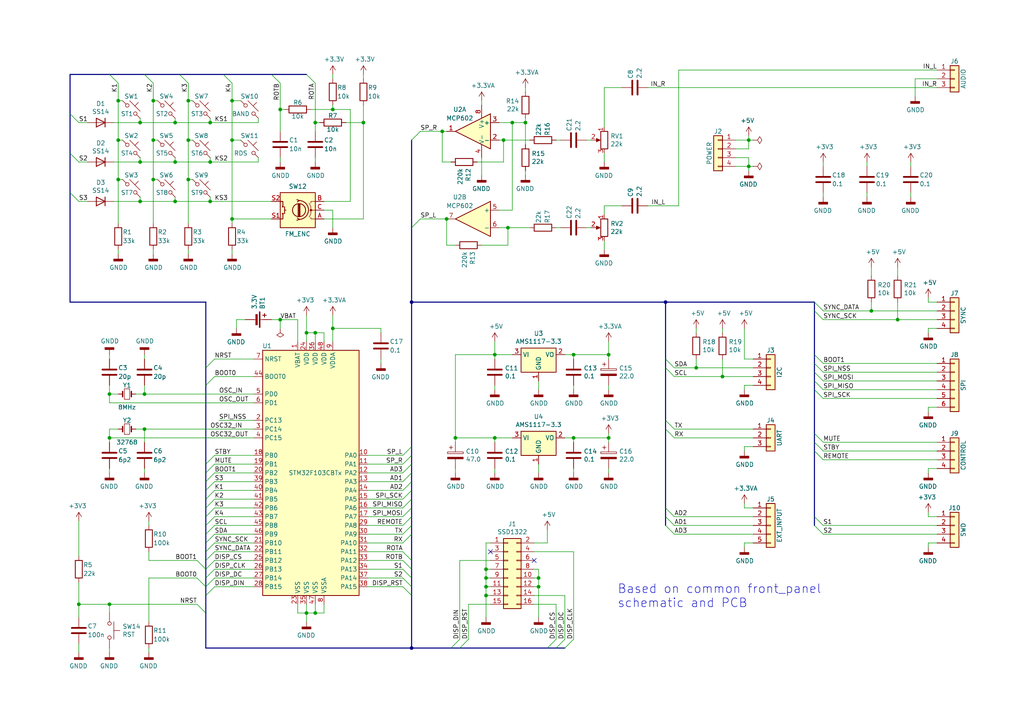
<source format=kicad_sch>
(kicad_sch (version 20230121) (generator eeschema)
  (paper "A4")
  (junction (at 193.04 87.63))
  (junction (at 140.97 170.18))
  (junction (at 176.53 127))
  (junction (at 60.96 35.56))
  (junction (at 260.35 92.71))
  (junction (at 129.54 63.5))
  (junction (at 81.28 92.71))
  (junction (at 119.38 87.63))
  (junction (at 31.75 175.26))
  (junction (at 40.64 58.42))
  (junction (at 34.29 40.64))
  (junction (at 31.75 114.3))
  (junction (at 50.8 46.99))
  (junction (at 41.91 124.46))
  (junction (at 54.61 52.07))
  (junction (at 50.8 58.42))
  (junction (at 128.27 38.1))
  (junction (at 217.17 48.26))
  (junction (at 252.73 90.17))
  (junction (at 60.96 58.42))
  (junction (at 54.61 40.64))
  (junction (at 88.9 96.52))
  (junction (at 143.51 102.87))
  (junction (at 44.45 52.07))
  (junction (at 34.29 52.07))
  (junction (at 40.64 46.99))
  (junction (at 40.64 35.56))
  (junction (at 140.97 172.72))
  (junction (at 31.75 127))
  (junction (at 96.52 31.75))
  (junction (at 96.52 95.25))
  (junction (at 147.32 66.04))
  (junction (at 54.61 29.21))
  (junction (at 152.4 35.56))
  (junction (at 81.28 31.75))
  (junction (at 67.31 63.5))
  (junction (at 50.8 35.56))
  (junction (at 156.21 170.18))
  (junction (at 166.37 127))
  (junction (at 91.44 96.52))
  (junction (at 88.9 177.8))
  (junction (at 146.05 40.64))
  (junction (at 176.53 102.87))
  (junction (at 217.17 40.64))
  (junction (at 156.21 167.64))
  (junction (at 166.37 102.87))
  (junction (at 91.44 177.8))
  (junction (at 91.44 35.56))
  (junction (at 105.41 35.56))
  (junction (at 60.96 46.99))
  (junction (at 143.51 127))
  (junction (at 41.91 114.3))
  (junction (at 140.97 165.1))
  (junction (at 201.93 106.68))
  (junction (at 67.31 40.64))
  (junction (at 67.31 29.21))
  (junction (at 22.86 175.26))
  (junction (at 209.55 109.22))
  (junction (at 34.29 29.21))
  (junction (at 44.45 29.21))
  (junction (at 132.08 127))
  (junction (at 140.97 167.64))
  (junction (at 44.45 40.64))
  (junction (at 119.38 187.96))
  (junction (at 148.59 35.56))
  (no_connect (at 142.24 160.02))
  (no_connect (at 154.94 162.56))
  (bus_entry (at 52.07 21.59) (size 2.54 2.54))
  (bus_entry (at 62.23 144.78) (size -2.54 2.54))
  (bus_entry (at 236.22 130.81) (size 2.54 2.54))
  (bus_entry (at 59.69 170.18) (size 2.54 -2.54))
  (bus_entry (at 78.74 21.59) (size 2.54 2.54))
  (bus_entry (at 236.22 110.49) (size 2.54 2.54))
  (bus_entry (at 158.75 187.96) (size 2.54 -2.54))
  (bus_entry (at 59.69 154.94) (size 2.54 -2.54))
  (bus_entry (at 116.84 149.86) (size 2.54 -2.54))
  (bus_entry (at 161.29 187.96) (size 2.54 -2.54))
  (bus_entry (at 236.22 102.87) (size 2.54 2.54))
  (bus_entry (at 193.04 121.92) (size 2.54 2.54))
  (bus_entry (at 193.04 106.68) (size 2.54 2.54))
  (bus_entry (at 236.22 105.41) (size 2.54 2.54))
  (bus_entry (at 59.69 167.64) (size 2.54 -2.54))
  (bus_entry (at 116.84 170.18) (size 2.54 2.54))
  (bus_entry (at 193.04 152.4) (size 2.54 2.54))
  (bus_entry (at 62.23 104.14) (size -2.54 2.54))
  (bus_entry (at 59.69 134.62) (size 2.54 -2.54))
  (bus_entry (at 64.77 21.59) (size 2.54 2.54))
  (bus_entry (at 59.69 137.16) (size 2.54 -2.54))
  (bus_entry (at 116.84 142.24) (size 2.54 -2.54))
  (bus_entry (at 116.84 157.48) (size 2.54 -2.54))
  (bus_entry (at 116.84 152.4) (size 2.54 -2.54))
  (bus_entry (at 20.32 44.45) (size 2.54 2.54))
  (bus_entry (at 236.22 87.63) (size 2.54 2.54))
  (bus_entry (at 88.9 21.59) (size 2.54 2.54))
  (bus_entry (at 62.23 109.22) (size -2.54 2.54))
  (bus_entry (at 59.69 160.02) (size 2.54 -2.54))
  (bus_entry (at 121.92 63.5) (size -2.54 2.54))
  (bus_entry (at 116.84 160.02) (size 2.54 2.54))
  (bus_entry (at 193.04 104.14) (size 2.54 2.54))
  (bus_entry (at 41.91 21.59) (size 2.54 2.54))
  (bus_entry (at 130.81 187.96) (size 2.54 -2.54))
  (bus_entry (at 62.23 142.24) (size -2.54 2.54))
  (bus_entry (at 59.69 165.1) (size 2.54 -2.54))
  (bus_entry (at 236.22 149.86) (size 2.54 2.54))
  (bus_entry (at 116.84 134.62) (size 2.54 -2.54))
  (bus_entry (at 20.32 33.02) (size 2.54 2.54))
  (bus_entry (at 193.04 124.46) (size 2.54 2.54))
  (bus_entry (at 236.22 128.27) (size 2.54 2.54))
  (bus_entry (at 116.84 165.1) (size 2.54 2.54))
  (bus_entry (at 116.84 144.78) (size 2.54 -2.54))
  (bus_entry (at 62.23 139.7) (size -2.54 2.54))
  (bus_entry (at 193.04 147.32) (size 2.54 2.54))
  (bus_entry (at 116.84 167.64) (size 2.54 2.54))
  (bus_entry (at 236.22 125.73) (size 2.54 2.54))
  (bus_entry (at 57.15 162.56) (size 2.54 2.54))
  (bus_entry (at 236.22 107.95) (size 2.54 2.54))
  (bus_entry (at 121.92 38.1) (size -2.54 2.54))
  (bus_entry (at 62.23 137.16) (size -2.54 2.54))
  (bus_entry (at 116.84 137.16) (size 2.54 -2.54))
  (bus_entry (at 236.22 113.03) (size 2.54 2.54))
  (bus_entry (at 31.75 21.59) (size 2.54 2.54))
  (bus_entry (at 116.84 147.32) (size 2.54 -2.54))
  (bus_entry (at 193.04 149.86) (size 2.54 2.54))
  (bus_entry (at 116.84 139.7) (size 2.54 -2.54))
  (bus_entry (at 116.84 162.56) (size 2.54 2.54))
  (bus_entry (at 236.22 90.17) (size 2.54 2.54))
  (bus_entry (at 57.15 167.64) (size 2.54 2.54))
  (bus_entry (at 57.15 175.26) (size 2.54 2.54))
  (bus_entry (at 20.32 55.88) (size 2.54 2.54))
  (bus_entry (at 236.22 152.4) (size 2.54 2.54))
  (bus_entry (at 116.84 132.08) (size 2.54 -2.54))
  (bus_entry (at 59.69 157.48) (size 2.54 -2.54))
  (bus_entry (at 59.69 162.56) (size 2.54 -2.54))
  (bus_entry (at 163.83 187.96) (size 2.54 -2.54))
  (bus_entry (at 62.23 149.86) (size -2.54 2.54))
  (bus_entry (at 116.84 154.94) (size 2.54 -2.54))
  (bus_entry (at 133.35 187.96) (size 2.54 -2.54))
  (bus_entry (at 59.69 172.72) (size 2.54 -2.54))
  (bus_entry (at 62.23 147.32) (size -2.54 2.54))
  (wire (pts (xy 73.66 104.14) (xy 62.23 104.14)))
  (wire (pts (xy 31.75 189.23) (xy 31.75 187.96)))
  (wire (pts (xy 73.66 154.94) (xy 62.23 154.94)))
  (wire (pts (xy 62.23 142.24) (xy 73.66 142.24)))
  (bus (pts (xy 119.38 137.16) (xy 119.38 139.7)))
  (wire (pts (xy 154.94 165.1) (xy 156.21 165.1)))
  (wire (pts (xy 96.52 21.59) (xy 96.52 22.86)))
  (wire (pts (xy 132.08 127) (xy 132.08 102.87)))
  (wire (pts (xy 217.17 43.18) (xy 217.17 40.64)))
  (bus (pts (xy 59.69 111.76) (xy 59.69 134.62)))
  (wire (pts (xy 142.24 157.48) (xy 140.97 157.48)))
  (wire (pts (xy 156.21 167.64) (xy 156.21 170.18)))
  (wire (pts (xy 22.86 58.42) (xy 25.4 58.42)))
  (wire (pts (xy 116.84 147.32) (xy 106.68 147.32)))
  (wire (pts (xy 31.75 127) (xy 73.66 127)))
  (wire (pts (xy 31.75 127) (xy 31.75 128.27)))
  (wire (pts (xy 271.78 128.27) (xy 238.76 128.27)))
  (wire (pts (xy 33.02 35.56) (xy 40.64 35.56)))
  (bus (pts (xy 119.38 87.63) (xy 119.38 129.54)))
  (wire (pts (xy 81.28 95.25) (xy 81.28 92.71)))
  (wire (pts (xy 156.21 134.62) (xy 156.21 137.16)))
  (wire (pts (xy 271.78 22.86) (xy 265.43 22.86)))
  (wire (pts (xy 50.8 58.42) (xy 60.96 58.42)))
  (wire (pts (xy 62.23 147.32) (xy 73.66 147.32)))
  (wire (pts (xy 135.89 175.26) (xy 135.89 185.42)))
  (bus (pts (xy 119.38 134.62) (xy 119.38 137.16)))
  (wire (pts (xy 143.51 102.87) (xy 143.51 104.14)))
  (wire (pts (xy 176.53 111.76) (xy 176.53 113.03)))
  (wire (pts (xy 213.36 43.18) (xy 217.17 43.18)))
  (wire (pts (xy 156.21 110.49) (xy 156.21 113.03)))
  (wire (pts (xy 33.02 58.42) (xy 40.64 58.42)))
  (wire (pts (xy 34.29 24.13) (xy 34.29 29.21)))
  (wire (pts (xy 238.76 92.71) (xy 260.35 92.71)))
  (wire (pts (xy 50.8 35.56) (xy 60.96 35.56)))
  (wire (pts (xy 43.18 151.13) (xy 43.18 152.4)))
  (wire (pts (xy 166.37 104.14) (xy 166.37 102.87)))
  (wire (pts (xy 41.91 102.87) (xy 41.91 104.14)))
  (wire (pts (xy 271.78 113.03) (xy 238.76 113.03)))
  (wire (pts (xy 143.51 99.06) (xy 143.51 102.87)))
  (wire (pts (xy 54.61 29.21) (xy 54.61 24.13)))
  (wire (pts (xy 238.76 46.99) (xy 238.76 48.26)))
  (wire (pts (xy 73.66 139.7) (xy 62.23 139.7)))
  (bus (pts (xy 59.69 177.8) (xy 59.69 187.96)))
  (wire (pts (xy 44.45 40.64) (xy 44.45 52.07)))
  (wire (pts (xy 116.84 149.86) (xy 106.68 149.86)))
  (wire (pts (xy 91.44 96.52) (xy 88.9 96.52)))
  (wire (pts (xy 271.78 118.11) (xy 269.24 118.11)))
  (wire (pts (xy 271.78 133.35) (xy 238.76 133.35)))
  (bus (pts (xy 119.38 40.64) (xy 119.38 66.04)))
  (wire (pts (xy 41.91 114.3) (xy 73.66 114.3)))
  (wire (pts (xy 260.35 87.63) (xy 260.35 92.71)))
  (bus (pts (xy 59.69 87.63) (xy 20.32 87.63)))
  (wire (pts (xy 34.29 40.64) (xy 34.29 52.07)))
  (bus (pts (xy 236.22 90.17) (xy 236.22 102.87)))
  (wire (pts (xy 213.36 45.72) (xy 217.17 45.72)))
  (wire (pts (xy 217.17 40.64) (xy 217.17 39.37)))
  (wire (pts (xy 73.66 162.56) (xy 62.23 162.56)))
  (bus (pts (xy 59.69 134.62) (xy 59.69 137.16)))
  (wire (pts (xy 81.28 31.75) (xy 81.28 38.1)))
  (bus (pts (xy 161.29 187.96) (xy 163.83 187.96)))
  (wire (pts (xy 176.53 135.89) (xy 176.53 137.16)))
  (wire (pts (xy 130.81 46.99) (xy 128.27 46.99)))
  (bus (pts (xy 20.32 44.45) (xy 20.32 55.88)))
  (wire (pts (xy 176.53 99.06) (xy 176.53 102.87)))
  (wire (pts (xy 68.58 92.71) (xy 71.12 92.71)))
  (bus (pts (xy 193.04 124.46) (xy 193.04 147.32)))
  (wire (pts (xy 140.97 172.72) (xy 140.97 170.18)))
  (wire (pts (xy 146.05 40.64) (xy 153.67 40.64)))
  (wire (pts (xy 171.45 66.04) (xy 170.18 66.04)))
  (wire (pts (xy 265.43 22.86) (xy 265.43 27.94)))
  (wire (pts (xy 54.61 72.39) (xy 54.61 73.66)))
  (wire (pts (xy 106.68 142.24) (xy 116.84 142.24)))
  (wire (pts (xy 81.28 45.72) (xy 81.28 46.99)))
  (wire (pts (xy 129.54 63.5) (xy 121.92 63.5)))
  (wire (pts (xy 195.58 154.94) (xy 218.44 154.94)))
  (bus (pts (xy 20.32 21.59) (xy 31.75 21.59)))
  (bus (pts (xy 52.07 21.59) (xy 64.77 21.59)))
  (wire (pts (xy 91.44 35.56) (xy 91.44 38.1)))
  (wire (pts (xy 271.78 87.63) (xy 269.24 87.63)))
  (wire (pts (xy 54.61 52.07) (xy 54.61 64.77)))
  (wire (pts (xy 106.68 139.7) (xy 116.84 139.7)))
  (wire (pts (xy 140.97 167.64) (xy 140.97 165.1)))
  (wire (pts (xy 251.46 57.15) (xy 251.46 55.88)))
  (wire (pts (xy 156.21 170.18) (xy 156.21 179.07)))
  (wire (pts (xy 147.32 71.12) (xy 147.32 66.04)))
  (wire (pts (xy 166.37 102.87) (xy 176.53 102.87)))
  (bus (pts (xy 119.38 147.32) (xy 119.38 149.86)))
  (wire (pts (xy 45.72 52.07) (xy 44.45 52.07)))
  (wire (pts (xy 187.96 59.69) (xy 196.85 59.69)))
  (bus (pts (xy 119.38 152.4) (xy 119.38 154.94)))
  (wire (pts (xy 22.86 151.13) (xy 22.86 161.29)))
  (wire (pts (xy 175.26 59.69) (xy 175.26 62.23)))
  (wire (pts (xy 60.96 58.42) (xy 78.74 58.42)))
  (wire (pts (xy 142.24 172.72) (xy 140.97 172.72)))
  (wire (pts (xy 195.58 149.86) (xy 218.44 149.86)))
  (wire (pts (xy 201.93 95.25) (xy 201.93 96.52)))
  (wire (pts (xy 252.73 87.63) (xy 252.73 90.17)))
  (wire (pts (xy 40.64 45.72) (xy 40.64 46.99)))
  (wire (pts (xy 163.83 172.72) (xy 163.83 185.42)))
  (wire (pts (xy 92.71 35.56) (xy 91.44 35.56)))
  (wire (pts (xy 31.75 116.84) (xy 31.75 114.3)))
  (wire (pts (xy 238.76 110.49) (xy 271.78 110.49)))
  (wire (pts (xy 269.24 149.86) (xy 269.24 148.59)))
  (bus (pts (xy 20.32 33.02) (xy 20.32 44.45)))
  (wire (pts (xy 217.17 40.64) (xy 218.44 40.64)))
  (wire (pts (xy 60.96 35.56) (xy 74.93 35.56)))
  (wire (pts (xy 271.78 157.48) (xy 269.24 157.48)))
  (wire (pts (xy 55.88 29.21) (xy 54.61 29.21)))
  (wire (pts (xy 132.08 127) (xy 132.08 128.27)))
  (wire (pts (xy 93.98 99.06) (xy 93.98 96.52)))
  (wire (pts (xy 175.26 72.39) (xy 175.26 69.85)))
  (wire (pts (xy 78.74 92.71) (xy 81.28 92.71)))
  (wire (pts (xy 154.94 157.48) (xy 158.75 157.48)))
  (wire (pts (xy 43.18 167.64) (xy 43.18 180.34)))
  (wire (pts (xy 41.91 124.46) (xy 73.66 124.46)))
  (wire (pts (xy 22.86 168.91) (xy 22.86 175.26)))
  (wire (pts (xy 31.75 177.8) (xy 31.75 175.26)))
  (wire (pts (xy 128.27 38.1) (xy 129.54 38.1)))
  (wire (pts (xy 238.76 57.15) (xy 238.76 55.88)))
  (wire (pts (xy 143.51 127) (xy 132.08 127)))
  (wire (pts (xy 40.64 34.29) (xy 40.64 35.56)))
  (bus (pts (xy 236.22 149.86) (xy 236.22 152.4)))
  (wire (pts (xy 158.75 157.48) (xy 158.75 153.67)))
  (wire (pts (xy 73.66 157.48) (xy 62.23 157.48)))
  (wire (pts (xy 50.8 45.72) (xy 50.8 46.99)))
  (bus (pts (xy 193.04 121.92) (xy 193.04 124.46)))
  (wire (pts (xy 101.6 58.42) (xy 101.6 31.75)))
  (wire (pts (xy 116.84 165.1) (xy 106.68 165.1)))
  (wire (pts (xy 152.4 34.29) (xy 152.4 35.56)))
  (wire (pts (xy 195.58 152.4) (xy 218.44 152.4)))
  (bus (pts (xy 119.38 66.04) (xy 119.38 87.63)))
  (bus (pts (xy 59.69 152.4) (xy 59.69 154.94)))
  (wire (pts (xy 269.24 87.63) (xy 269.24 86.36)))
  (bus (pts (xy 119.38 129.54) (xy 119.38 132.08)))
  (wire (pts (xy 91.44 46.99) (xy 91.44 45.72)))
  (wire (pts (xy 44.45 72.39) (xy 44.45 73.66)))
  (wire (pts (xy 88.9 177.8) (xy 86.36 177.8)))
  (wire (pts (xy 73.66 132.08) (xy 62.23 132.08)))
  (wire (pts (xy 50.8 46.99) (xy 60.96 46.99)))
  (wire (pts (xy 50.8 34.29) (xy 50.8 35.56)))
  (wire (pts (xy 110.49 96.52) (xy 110.49 95.25)))
  (wire (pts (xy 148.59 60.96) (xy 144.78 60.96)))
  (wire (pts (xy 67.31 40.64) (xy 67.31 29.21)))
  (wire (pts (xy 215.9 111.76) (xy 215.9 113.03)))
  (bus (pts (xy 59.69 154.94) (xy 59.69 157.48)))
  (wire (pts (xy 166.37 127) (xy 176.53 127)))
  (wire (pts (xy 35.56 40.64) (xy 34.29 40.64)))
  (wire (pts (xy 129.54 71.12) (xy 129.54 63.5)))
  (wire (pts (xy 154.94 170.18) (xy 156.21 170.18)))
  (wire (pts (xy 180.34 25.4) (xy 175.26 25.4)))
  (wire (pts (xy 82.55 31.75) (xy 81.28 31.75)))
  (wire (pts (xy 156.21 165.1) (xy 156.21 167.64)))
  (wire (pts (xy 31.75 135.89) (xy 31.75 137.16)))
  (wire (pts (xy 44.45 29.21) (xy 44.45 40.64)))
  (wire (pts (xy 106.68 152.4) (xy 116.84 152.4)))
  (wire (pts (xy 73.66 137.16) (xy 62.23 137.16)))
  (wire (pts (xy 251.46 46.99) (xy 251.46 48.26)))
  (wire (pts (xy 41.91 128.27) (xy 41.91 124.46)))
  (wire (pts (xy 67.31 29.21) (xy 67.31 24.13)))
  (wire (pts (xy 81.28 24.13) (xy 81.28 31.75)))
  (bus (pts (xy 119.38 142.24) (xy 119.38 144.78)))
  (bus (pts (xy 59.69 162.56) (xy 59.69 165.1)))
  (wire (pts (xy 67.31 63.5) (xy 67.31 64.77)))
  (wire (pts (xy 67.31 40.64) (xy 69.85 40.64)))
  (wire (pts (xy 218.44 157.48) (xy 215.9 157.48)))
  (wire (pts (xy 45.72 29.21) (xy 44.45 29.21)))
  (bus (pts (xy 119.38 149.86) (xy 119.38 152.4)))
  (wire (pts (xy 269.24 118.11) (xy 269.24 119.38)))
  (wire (pts (xy 55.88 52.07) (xy 54.61 52.07)))
  (wire (pts (xy 180.34 59.69) (xy 175.26 59.69)))
  (wire (pts (xy 73.66 144.78) (xy 62.23 144.78)))
  (wire (pts (xy 269.24 135.89) (xy 269.24 137.16)))
  (wire (pts (xy 215.9 157.48) (xy 215.9 158.75)))
  (wire (pts (xy 73.66 149.86) (xy 62.23 149.86)))
  (wire (pts (xy 105.41 21.59) (xy 105.41 22.86)))
  (wire (pts (xy 43.18 162.56) (xy 43.18 160.02)))
  (bus (pts (xy 59.69 167.64) (xy 59.69 170.18)))
  (wire (pts (xy 154.94 175.26) (xy 161.29 175.26)))
  (wire (pts (xy 96.52 60.96) (xy 93.98 60.96)))
  (wire (pts (xy 215.9 104.14) (xy 215.9 95.25)))
  (wire (pts (xy 116.84 167.64) (xy 106.68 167.64)))
  (wire (pts (xy 148.59 35.56) (xy 152.4 35.56)))
  (wire (pts (xy 31.75 114.3) (xy 31.75 111.76)))
  (wire (pts (xy 116.84 170.18) (xy 106.68 170.18)))
  (bus (pts (xy 119.38 144.78) (xy 119.38 147.32)))
  (wire (pts (xy 73.66 134.62) (xy 62.23 134.62)))
  (wire (pts (xy 143.51 113.03) (xy 143.51 111.76)))
  (wire (pts (xy 22.86 46.99) (xy 25.4 46.99)))
  (wire (pts (xy 201.93 104.14) (xy 201.93 106.68)))
  (wire (pts (xy 40.64 57.15) (xy 40.64 58.42)))
  (wire (pts (xy 41.91 137.16) (xy 41.91 135.89)))
  (wire (pts (xy 116.84 144.78) (xy 106.68 144.78)))
  (wire (pts (xy 146.05 46.99) (xy 146.05 40.64)))
  (wire (pts (xy 86.36 177.8) (xy 86.36 175.26)))
  (wire (pts (xy 50.8 57.15) (xy 50.8 58.42)))
  (bus (pts (xy 59.69 170.18) (xy 59.69 172.72)))
  (wire (pts (xy 63.5 121.92) (xy 73.66 121.92)))
  (bus (pts (xy 119.38 87.63) (xy 193.04 87.63)))
  (bus (pts (xy 236.22 87.63) (xy 236.22 90.17)))
  (wire (pts (xy 67.31 73.66) (xy 67.31 72.39)))
  (wire (pts (xy 271.78 130.81) (xy 238.76 130.81)))
  (wire (pts (xy 148.59 35.56) (xy 148.59 60.96)))
  (bus (pts (xy 59.69 137.16) (xy 59.69 139.7)))
  (wire (pts (xy 140.97 165.1) (xy 140.97 157.48)))
  (wire (pts (xy 196.85 20.32) (xy 271.78 20.32)))
  (bus (pts (xy 193.04 87.63) (xy 193.04 104.14)))
  (wire (pts (xy 96.52 31.75) (xy 101.6 31.75)))
  (wire (pts (xy 218.44 129.54) (xy 215.9 129.54)))
  (wire (pts (xy 116.84 160.02) (xy 106.68 160.02)))
  (wire (pts (xy 44.45 52.07) (xy 44.45 64.77)))
  (wire (pts (xy 252.73 90.17) (xy 271.78 90.17)))
  (wire (pts (xy 132.08 71.12) (xy 129.54 71.12)))
  (wire (pts (xy 143.51 102.87) (xy 148.59 102.87)))
  (bus (pts (xy 193.04 149.86) (xy 193.04 152.4)))
  (wire (pts (xy 132.08 102.87) (xy 143.51 102.87)))
  (wire (pts (xy 152.4 50.8) (xy 152.4 49.53)))
  (wire (pts (xy 40.64 58.42) (xy 50.8 58.42)))
  (wire (pts (xy 40.64 35.56) (xy 50.8 35.56)))
  (wire (pts (xy 135.89 175.26) (xy 142.24 175.26)))
  (wire (pts (xy 176.53 125.73) (xy 176.53 127)))
  (wire (pts (xy 88.9 91.44) (xy 88.9 96.52)))
  (wire (pts (xy 264.16 57.15) (xy 264.16 55.88)))
  (wire (pts (xy 34.29 114.3) (xy 31.75 114.3)))
  (wire (pts (xy 260.35 77.47) (xy 260.35 80.01)))
  (wire (pts (xy 57.15 162.56) (xy 43.18 162.56)))
  (bus (pts (xy 133.35 187.96) (xy 158.75 187.96)))
  (bus (pts (xy 236.22 110.49) (xy 236.22 113.03)))
  (wire (pts (xy 154.94 167.64) (xy 156.21 167.64)))
  (wire (pts (xy 22.86 175.26) (xy 31.75 175.26)))
  (bus (pts (xy 59.69 147.32) (xy 59.69 149.86)))
  (wire (pts (xy 25.4 35.56) (xy 22.86 35.56)))
  (wire (pts (xy 133.35 162.56) (xy 142.24 162.56)))
  (wire (pts (xy 68.58 95.25) (xy 68.58 92.71)))
  (wire (pts (xy 162.56 40.64) (xy 161.29 40.64)))
  (wire (pts (xy 271.78 135.89) (xy 269.24 135.89)))
  (wire (pts (xy 152.4 25.4) (xy 152.4 26.67)))
  (bus (pts (xy 119.38 187.96) (xy 130.81 187.96)))
  (wire (pts (xy 128.27 38.1) (xy 121.92 38.1)))
  (wire (pts (xy 60.96 46.99) (xy 74.93 46.99)))
  (bus (pts (xy 59.69 157.48) (xy 59.69 160.02)))
  (wire (pts (xy 34.29 52.07) (xy 34.29 64.77)))
  (wire (pts (xy 67.31 29.21) (xy 69.85 29.21)))
  (bus (pts (xy 59.69 149.86) (xy 59.69 152.4)))
  (bus (pts (xy 236.22 105.41) (xy 236.22 107.95)))
  (wire (pts (xy 209.55 104.14) (xy 209.55 109.22)))
  (wire (pts (xy 105.41 35.56) (xy 105.41 63.5)))
  (bus (pts (xy 20.32 55.88) (xy 20.32 87.63)))
  (bus (pts (xy 236.22 113.03) (xy 236.22 125.73)))
  (bus (pts (xy 130.81 187.96) (xy 133.35 187.96)))
  (wire (pts (xy 213.36 48.26) (xy 217.17 48.26)))
  (wire (pts (xy 215.9 129.54) (xy 215.9 130.81)))
  (bus (pts (xy 59.69 139.7) (xy 59.69 142.24)))
  (wire (pts (xy 57.15 167.64) (xy 43.18 167.64)))
  (wire (pts (xy 41.91 114.3) (xy 41.91 111.76)))
  (wire (pts (xy 238.76 107.95) (xy 271.78 107.95)))
  (wire (pts (xy 31.75 124.46) (xy 31.75 127)))
  (wire (pts (xy 128.27 46.99) (xy 128.27 38.1)))
  (wire (pts (xy 60.96 57.15) (xy 60.96 58.42)))
  (bus (pts (xy 158.75 187.96) (xy 161.29 187.96)))
  (wire (pts (xy 143.51 135.89) (xy 143.51 137.16)))
  (wire (pts (xy 90.17 31.75) (xy 96.52 31.75)))
  (wire (pts (xy 217.17 48.26) (xy 217.17 49.53)))
  (wire (pts (xy 139.7 71.12) (xy 147.32 71.12)))
  (wire (pts (xy 175.26 46.99) (xy 175.26 44.45)))
  (wire (pts (xy 106.68 132.08) (xy 116.84 132.08)))
  (wire (pts (xy 54.61 40.64) (xy 54.61 29.21)))
  (wire (pts (xy 73.66 167.64) (xy 62.23 167.64)))
  (wire (pts (xy 43.18 189.23) (xy 43.18 187.96)))
  (wire (pts (xy 116.84 154.94) (xy 106.68 154.94)))
  (wire (pts (xy 73.66 170.18) (xy 62.23 170.18)))
  (wire (pts (xy 132.08 135.89) (xy 132.08 137.16)))
  (wire (pts (xy 34.29 29.21) (xy 34.29 40.64)))
  (wire (pts (xy 271.78 149.86) (xy 269.24 149.86)))
  (wire (pts (xy 162.56 66.04) (xy 161.29 66.04)))
  (wire (pts (xy 105.41 35.56) (xy 105.41 30.48)))
  (wire (pts (xy 91.44 99.06) (xy 91.44 96.52)))
  (wire (pts (xy 88.9 175.26) (xy 88.9 177.8)))
  (bus (pts (xy 193.04 147.32) (xy 193.04 149.86)))
  (wire (pts (xy 264.16 46.99) (xy 264.16 48.26)))
  (wire (pts (xy 35.56 29.21) (xy 34.29 29.21)))
  (wire (pts (xy 218.44 111.76) (xy 215.9 111.76)))
  (wire (pts (xy 116.84 162.56) (xy 106.68 162.56)))
  (bus (pts (xy 59.69 160.02) (xy 59.69 162.56)))
  (wire (pts (xy 138.43 46.99) (xy 146.05 46.99)))
  (bus (pts (xy 236.22 128.27) (xy 236.22 130.81)))
  (wire (pts (xy 133.35 162.56) (xy 133.35 185.42)))
  (wire (pts (xy 54.61 52.07) (xy 54.61 40.64)))
  (wire (pts (xy 22.86 189.23) (xy 22.86 186.69)))
  (bus (pts (xy 64.77 21.59) (xy 78.74 21.59)))
  (wire (pts (xy 100.33 35.56) (xy 105.41 35.56)))
  (wire (pts (xy 195.58 124.46) (xy 218.44 124.46)))
  (wire (pts (xy 271.78 152.4) (xy 238.76 152.4)))
  (wire (pts (xy 110.49 95.25) (xy 96.52 95.25)))
  (wire (pts (xy 139.7 29.21) (xy 139.7 30.48)))
  (wire (pts (xy 91.44 24.13) (xy 91.44 35.56)))
  (bus (pts (xy 119.38 132.08) (xy 119.38 134.62)))
  (wire (pts (xy 176.53 102.87) (xy 176.53 104.14)))
  (wire (pts (xy 154.94 160.02) (xy 166.37 160.02)))
  (wire (pts (xy 142.24 170.18) (xy 140.97 170.18)))
  (bus (pts (xy 236.22 107.95) (xy 236.22 110.49)))
  (bus (pts (xy 59.69 144.78) (xy 59.69 147.32)))
  (bus (pts (xy 193.04 87.63) (xy 236.22 87.63)))
  (wire (pts (xy 187.96 25.4) (xy 271.78 25.4)))
  (wire (pts (xy 110.49 105.41) (xy 110.49 104.14)))
  (wire (pts (xy 166.37 160.02) (xy 166.37 185.42)))
  (bus (pts (xy 31.75 21.59) (xy 41.91 21.59)))
  (wire (pts (xy 260.35 92.71) (xy 271.78 92.71)))
  (wire (pts (xy 142.24 167.64) (xy 140.97 167.64)))
  (bus (pts (xy 119.38 154.94) (xy 119.38 162.56)))
  (wire (pts (xy 269.24 95.25) (xy 269.24 96.52)))
  (wire (pts (xy 73.66 165.1) (xy 62.23 165.1)))
  (wire (pts (xy 139.7 50.8) (xy 139.7 45.72)))
  (wire (pts (xy 171.45 40.64) (xy 170.18 40.64)))
  (bus (pts (xy 78.74 21.59) (xy 88.9 21.59)))
  (wire (pts (xy 209.55 109.22) (xy 218.44 109.22)))
  (wire (pts (xy 196.85 20.32) (xy 196.85 59.69)))
  (wire (pts (xy 86.36 99.06) (xy 86.36 92.71)))
  (bus (pts (xy 119.38 170.18) (xy 119.38 172.72)))
  (bus (pts (xy 59.69 172.72) (xy 59.69 177.8)))
  (bus (pts (xy 59.69 87.63) (xy 59.69 106.68)))
  (wire (pts (xy 96.52 30.48) (xy 96.52 31.75)))
  (wire (pts (xy 269.24 157.48) (xy 269.24 158.75)))
  (bus (pts (xy 236.22 102.87) (xy 236.22 105.41)))
  (wire (pts (xy 166.37 135.89) (xy 166.37 137.16)))
  (wire (pts (xy 73.66 160.02) (xy 62.23 160.02)))
  (wire (pts (xy 217.17 45.72) (xy 217.17 48.26)))
  (bus (pts (xy 119.38 172.72) (xy 119.38 187.96)))
  (wire (pts (xy 74.93 34.29) (xy 74.93 35.56)))
  (bus (pts (xy 59.69 187.96) (xy 119.38 187.96)))
  (wire (pts (xy 60.96 45.72) (xy 60.96 46.99)))
  (wire (pts (xy 163.83 127) (xy 166.37 127)))
  (bus (pts (xy 20.32 21.59) (xy 20.32 33.02)))
  (wire (pts (xy 209.55 95.25) (xy 209.55 96.52)))
  (bus (pts (xy 119.38 167.64) (xy 119.38 170.18)))
  (wire (pts (xy 93.98 58.42) (xy 101.6 58.42)))
  (bus (pts (xy 193.04 106.68) (xy 193.04 121.92)))
  (wire (pts (xy 81.28 92.71) (xy 86.36 92.71)))
  (wire (pts (xy 93.98 177.8) (xy 91.44 177.8)))
  (wire (pts (xy 140.97 170.18) (xy 140.97 167.64)))
  (wire (pts (xy 93.98 96.52) (xy 91.44 96.52)))
  (wire (pts (xy 271.78 115.57) (xy 238.76 115.57)))
  (wire (pts (xy 201.93 106.68) (xy 218.44 106.68)))
  (wire (pts (xy 195.58 127) (xy 218.44 127)))
  (wire (pts (xy 91.44 175.26) (xy 91.44 177.8)))
  (wire (pts (xy 147.32 66.04) (xy 153.67 66.04)))
  (wire (pts (xy 39.37 124.46) (xy 41.91 124.46)))
  (wire (pts (xy 106.68 137.16) (xy 116.84 137.16)))
  (wire (pts (xy 96.52 91.44) (xy 96.52 95.25)))
  (wire (pts (xy 40.64 46.99) (xy 50.8 46.99)))
  (wire (pts (xy 144.78 66.04) (xy 147.32 66.04)))
  (wire (pts (xy 271.78 154.94) (xy 238.76 154.94)))
  (wire (pts (xy 195.58 106.68) (xy 201.93 106.68)))
  (wire (pts (xy 218.44 104.14) (xy 215.9 104.14)))
  (wire (pts (xy 215.9 147.32) (xy 215.9 146.05)))
  (wire (pts (xy 34.29 72.39) (xy 34.29 73.66)))
  (wire (pts (xy 161.29 175.26) (xy 161.29 185.42)))
  (wire (pts (xy 93.98 175.26) (xy 93.98 177.8)))
  (wire (pts (xy 31.75 102.87) (xy 31.75 104.14)))
  (wire (pts (xy 91.44 177.8) (xy 88.9 177.8)))
  (wire (pts (xy 175.26 25.4) (xy 175.26 36.83)))
  (wire (pts (xy 217.17 48.26) (xy 218.44 48.26)))
  (wire (pts (xy 31.75 116.84) (xy 73.66 116.84)))
  (wire (pts (xy 33.02 46.99) (xy 40.64 46.99)))
  (wire (pts (xy 22.86 179.07) (xy 22.86 175.26)))
  (wire (pts (xy 166.37 128.27) (xy 166.37 127)))
  (wire (pts (xy 57.15 175.26) (xy 31.75 175.26)))
  (wire (pts (xy 143.51 127) (xy 148.59 127)))
  (wire (pts (xy 96.52 66.04) (xy 96.52 60.96)))
  (wire (pts (xy 88.9 180.34) (xy 88.9 177.8)))
  (bus (pts (xy 59.69 165.1) (xy 59.69 167.64)))
  (wire (pts (xy 67.31 40.64) (xy 67.31 63.5)))
  (bus (pts (xy 41.91 21.59) (xy 52.07 21.59)))
  (wire (pts (xy 34.29 124.46) (xy 31.75 124.46)))
  (wire (pts (xy 96.52 95.25) (xy 96.52 99.06)))
  (wire (pts (xy 271.78 95.25) (xy 269.24 95.25)))
  (wire (pts (xy 73.66 109.22) (xy 62.23 109.22)))
  (wire (pts (xy 238.76 90.17) (xy 252.73 90.17)))
  (wire (pts (xy 152.4 35.56) (xy 152.4 41.91)))
  (wire (pts (xy 195.58 109.22) (xy 209.55 109.22)))
  (wire (pts (xy 45.72 40.64) (xy 44.45 40.64)))
  (wire (pts (xy 60.96 34.29) (xy 60.96 35.56)))
  (wire (pts (xy 142.24 165.1) (xy 140.97 165.1)))
  (wire (pts (xy 44.45 24.13) (xy 44.45 29.21)))
  (wire (pts (xy 271.78 105.41) (xy 238.76 105.41)))
  (wire (pts (xy 106.68 134.62) (xy 116.84 134.62)))
  (wire (pts (xy 74.93 45.72) (xy 74.93 46.99)))
  (bus (pts (xy 59.69 106.68) (xy 59.69 111.76)))
  (wire (pts (xy 73.66 152.4) (xy 62.23 152.4)))
  (wire (pts (xy 144.78 35.56) (xy 148.59 35.56)))
  (wire (pts (xy 55.88 40.64) (xy 54.61 40.64)))
  (wire (pts (xy 176.53 127) (xy 176.53 128.27)))
  (wire (pts (xy 144.78 40.64) (xy 146.05 40.64)))
  (wire (pts (xy 140.97 179.07) (xy 140.97 172.72)))
  (wire (pts (xy 163.83 102.87) (xy 166.37 102.87)))
  (wire (pts (xy 88.9 96.52) (xy 88.9 99.06)))
  (wire (pts (xy 116.84 157.48) (xy 106.68 157.48)))
  (wire (pts (xy 67.31 63.5) (xy 78.74 63.5)))
  (wire (pts (xy 252.73 77.47) (xy 252.73 80.01)))
  (bus (pts (xy 59.69 142.24) (xy 59.69 144.78)))
  (wire (pts (xy 166.37 111.76) (xy 166.37 113.03)))
  (bus (pts (xy 236.22 125.73) (xy 236.22 128.27)))
  (wire (pts (xy 154.94 172.72) (xy 163.83 172.72)))
  (wire (pts (xy 218.44 147.32) (xy 215.9 147.32)))
  (bus (pts (xy 119.38 165.1) (xy 119.38 167.64)))
  (wire (pts (xy 143.51 128.27) (xy 143.51 127)))
  (bus (pts (xy 193.04 104.14) (xy 193.04 106.68)))
  (wire (pts (xy 93.98 63.5) (xy 105.41 63.5)))
  (wire (pts (xy 39.37 114.3) (xy 41.91 114.3)))
  (bus (pts (xy 119.38 139.7) (xy 119.38 142.24)))
  (bus (pts (xy 119.38 162.56) (xy 119.38 165.1)))
  (bus (pts (xy 236.22 130.81) (xy 236.22 149.86)))
  (wire (pts (xy 213.36 40.64) (xy 217.17 40.64)))
  (wire (pts (xy 35.56 52.07) (xy 34.29 52.07)))
  (text "Based on common front_panel\nschematic and PCB" (at 179.07 176.53 0) (effects (font (size 2.54 2.54)) (justify left bottom)))
  (label "S2" (at 116.84 167.64 180))
  (label "KS3" (at 62.23 58.42 0))
  (label "AD2" (at 195.58 149.86 0))
  (label "S1" (at 22.86 35.56 0))
  (label "IN_R" (at 193.04 25.4 180))
  (label "REMOTE" (at 116.84 152.4 180))
  (label "AD3" (at 195.58 154.94 0))
  (label "K1" (at 62.23 142.24 0))
  (label "AD1" (at 116.84 139.7 180))
  (label "KS1" (at 62.23 35.56 0))
  (label "BOOT1" (at 238.76 105.41 0))
  (label "NRST" (at 62.23 104.14 0))
  (label "SPI_MISO" (at 116.84 147.32 180))
  (label "BOOT0" (at 57.15 167.64 180))
  (label "SPI_MOSI" (at 238.76 110.49 0))
  (label "SDA" (at 62.23 154.94 0))
  (label "S3" (at 62.23 139.7 0))
  (label "DISP_DC" (at 163.83 185.42 90))
  (label "SP_R" (at 116.84 134.62 180))
  (label "KS2" (at 62.23 46.99 0))
  (label "K4" (at 67.31 24.13 270))
  (label "STBY" (at 62.23 132.08 0))
  (label "ROTA" (at 116.84 160.02 180))
  (label "SP_R" (at 121.92 38.1 0))
  (label "DISP_DIN" (at 133.35 185.42 90))
  (label "S1" (at 116.84 165.1 180))
  (label "S1" (at 238.76 152.4 0))
  (label "TX" (at 195.58 124.46 0))
  (label "DISP_CLK" (at 166.37 185.42 90))
  (label "ROTB" (at 116.84 162.56 180))
  (label "DISP_CS" (at 161.29 185.42 90))
  (label "OSC32_IN" (at 60.96 124.46 0))
  (label "AD1" (at 195.58 152.4 0))
  (label "K2" (at 44.45 24.13 270))
  (label "IN_L" (at 271.78 20.32 180))
  (label "S3" (at 22.86 58.42 0))
  (label "BOOT0" (at 62.23 109.22 0))
  (label "OSC_OUT" (at 63.5 116.84 0))
  (label "SPI_MOSI" (at 116.84 149.86 180))
  (label "OSC_IN" (at 63.5 114.3 0))
  (label "SCL" (at 62.23 152.4 0))
  (label "IN_L" (at 193.04 59.69 180))
  (label "BOOT1" (at 62.23 137.16 0))
  (label "DISP_CS" (at 62.23 162.56 0))
  (label "SP_L" (at 121.92 63.5 0))
  (label "DISP_RST" (at 135.89 185.42 90))
  (label "SYNC_SCK" (at 238.76 92.71 0))
  (label "SYNC_DATA" (at 62.23 160.02 0))
  (label "RX" (at 116.84 157.48 180))
  (label "STBY" (at 238.76 130.81 0))
  (label "SDA" (at 195.58 106.68 0))
  (label "MUTE" (at 62.23 134.62 0))
  (label "AD2" (at 116.84 142.24 180))
  (label "DISP_CLK" (at 62.23 165.1 0))
  (label "K1" (at 34.29 24.13 270))
  (label "TX" (at 116.84 154.94 180))
  (label "K3" (at 62.23 147.32 0))
  (label "K4" (at 62.23 149.86 0))
  (label "RX" (at 195.58 127 0))
  (label "K2" (at 62.23 144.78 0))
  (label "SPI_SCK" (at 116.84 144.78 180))
  (label "ROTB" (at 81.28 24.13 270))
  (label "SPI_SCK" (at 238.76 115.57 0))
  (label "NRST" (at 57.15 175.26 180))
  (label "DISP_RST" (at 116.84 170.18 180))
  (label "SCL" (at 195.58 109.22 0))
  (label "AD3" (at 116.84 137.16 180))
  (label "OSC32_OUT" (at 60.96 127 0))
  (label "MUTE" (at 238.76 128.27 0))
  (label "S2" (at 22.86 46.99 0))
  (label "SPI_NSS" (at 63.5 121.92 0))
  (label "S2" (at 238.76 154.94 0))
  (label "DISP_DIN" (at 62.23 170.18 0))
  (label "SPI_NSS" (at 238.76 107.95 0))
  (label "ROTA" (at 91.44 24.13 270))
  (label "SPI_MISO" (at 238.76 113.03 0))
  (label "REMOTE" (at 238.76 133.35 0))
  (label "SP_L" (at 116.84 132.08 180))
  (label "SYNC_DATA" (at 238.76 90.17 0))
  (label "BOOT1" (at 57.15 162.56 180))
  (label "VBAT" (at 81.28 92.71 0))
  (label "IN_R" (at 271.78 25.4 180))
  (label "SYNC_SCK" (at 62.23 157.48 0))
  (label "DISP_DC" (at 62.23 167.64 0))
  (label "K3" (at 54.61 24.13 270))
  (symbol (lib_id "Switch:SW_Push_45deg") (at 72.39 31.75 0) (unit 1)
    (property "Reference" "SW10" (at 72.39 27.94 0))
    (property "Value" "BAND" (at 69.85 33.02 0))
    (property "Footprint" "Button_Switch_THT:SW_PUSH_6mm" (effects hide))
  )
  (symbol (lib_id "Switch:SW_Push_45deg") (at 72.39 43.18 0) (unit 1)
    (property "Reference" "SW11" (at 72.39 39.37 0))
    (property "Value" "RDS" (at 69.85 44.45 0))
    (property "Footprint" "Button_Switch_THT:SW_PUSH_6mm" (effects hide))
  )
  (symbol (lib_id "Connector_Generic:Conn_01x03") (at 276.86 22.86 0) (unit 1)
    (property "Reference" "J6" (at 276.86 17.78 0))
    (property "Value" "AUDIO" (at 279.4 22.86 90))
    (property "Footprint" "Connector_JST:JST_EH_B3B-EH-A_1x03_P2.50mm_Vertical" (effects hide))
  )
  (symbol (lib_id "power:PWR_FLAG") (at 218.44 40.64 270) (unit 1)
    (property "Reference" "#FLG0101" (effects hide))
    (property "Value" "PWR_FLAG" (effects hide))
  )
  (symbol (lib_id "Device:R") (at 260.35 83.82 0) (unit 1)
    (property "Reference" "R21" (at 262.128 82.6516 0) (effects (justify left)))
    (property "Value" "10k" (at 262.128 84.963 0) (effects (justify left)))
    (property "Footprint" "Resistor_SMD:R_1206_3216Metric_Pad1.30x1.75mm_HandSolder" (effects hide))
  )
  (symbol (lib_id "power:PWR_FLAG") (at 218.44 48.26 270) (unit 1)
    (property "Reference" "#FLG0102" (effects hide))
    (property "Value" "PWR_FLAG" (effects hide))
  )
  (symbol (lib_id "Device:R") (at 252.73 83.82 0) (unit 1)
    (property "Reference" "R20" (at 254.508 82.6516 0) (effects (justify left)))
    (property "Value" "10k" (at 254.508 84.963 0) (effects (justify left)))
    (property "Footprint" "Resistor_SMD:R_1206_3216Metric_Pad1.30x1.75mm_HandSolder" (effects hide))
  )
  (symbol (lib_id "power:+5V") (at 252.73 77.47 0) (unit 1)
    (property "Reference" "#PWR032" (effects hide))
    (property "Value" "+5V" (at 253.111 73.0758 0))
  )
  (symbol (lib_id "power:+5V") (at 260.35 77.47 0) (unit 1)
    (property "Reference" "#PWR033" (effects hide))
    (property "Value" "+5V" (at 260.731 73.0758 0))
  )
  (symbol (lib_id "power:GNDD") (at 88.9 180.34 0) (mirror y) (unit 1)
    (property "Reference" "#PWR012" (effects hide))
    (property "Value" "GNDD" (at 88.7984 184.277 0))
  )
  (symbol (lib_id "power:+3V3") (at 88.9 91.44 0) (mirror y) (unit 1)
    (property "Reference" "#PWR013" (effects hide))
    (property "Value" "+3V3" (at 88.519 87.0458 0))
  )
  (symbol (lib_id "Device:Crystal_Small") (at 36.83 124.46 0) (unit 1)
    (property "Reference" "Y2" (at 36.83 121.92 0))
    (property "Value" "32768" (at 36.83 128.27 0))
    (property "Footprint" "Crystal:Crystal_C38-LF_D3.0mm_L8.0mm_Vertical" (effects hide))
  )
  (symbol (lib_id "Device:Battery_Cell") (at 73.66 92.71 270) (mirror x) (unit 1)
    (property "Reference" "BT1" (at 76.0984 89.7128 0) (effects (justify left)))
    (property "Value" "3.3V" (at 73.787 89.7128 0) (effects (justify left)))
    (property "Footprint" "h-ms1110:CR1220" (effects hide))
  )
  (symbol (lib_id "Amplifier_Operational:MCP602") (at 137.16 38.1 0) (mirror y) (unit 1)
    (property "Reference" "U2" (at 133.35 31.75 0))
    (property "Value" "MCP602" (at 133.35 34.29 0))
    (property "Footprint" "Package_SO:SOIC-8_3.9x4.9mm_P1.27mm" (effects hide))
    (property "Datasheet" "http://ww1.microchip.com/downloads/en/DeviceDoc/21314g.pdf" (effects hide))
  )
  (symbol (lib_id "Amplifier_Operational:MCP602") (at 137.16 63.5 0) (mirror y) (unit 2)
    (property "Reference" "U2" (at 133.35 57.15 0))
    (property "Value" "MCP602" (at 133.35 59.69 0))
    (property "Footprint" "Package_SO:SOIC-8_3.9x4.9mm_P1.27mm" (effects hide))
    (property "Datasheet" "http://ww1.microchip.com/downloads/en/DeviceDoc/21314g.pdf" (effects hide))
  )
  (symbol (lib_id "Device:R") (at 152.4 45.72 0) (unit 1)
    (property "Reference" "R15" (at 154.178 44.5516 0) (effects (justify left)))
    (property "Value" "22k" (at 154.178 46.863 0) (effects (justify left)))
    (property "Footprint" "Resistor_SMD:R_1206_3216Metric_Pad1.30x1.75mm_HandSolder" (effects hide))
  )
  (symbol (lib_id "Device:R") (at 157.48 40.64 270) (mirror x) (unit 1)
    (property "Reference" "R16" (at 158.75 39.37 0) (effects (justify left)))
    (property "Value" "22k" (at 156.21 39.37 0) (effects (justify left)))
    (property "Footprint" "Resistor_SMD:R_1206_3216Metric_Pad1.30x1.75mm_HandSolder" (effects hide))
  )
  (symbol (lib_id "power:GNDD") (at 152.4 50.8 0) (mirror y) (unit 1)
    (property "Reference" "#PWR0106" (effects hide))
    (property "Value" "GNDD" (at 152.2984 54.737 0))
  )
  (symbol (lib_id "Device:R") (at 134.62 46.99 270) (unit 1)
    (property "Reference" "R12" (at 135.7884 48.768 0) (effects (justify left)))
    (property "Value" "220k" (at 133.477 48.768 0) (effects (justify left)))
    (property "Footprint" "Resistor_SMD:R_1206_3216Metric_Pad1.30x1.75mm_HandSolder" (effects hide))
  )
  (symbol (lib_id "Device:R") (at 157.48 66.04 270) (mirror x) (unit 1)
    (property "Reference" "R17" (at 158.75 64.77 0) (effects (justify left)))
    (property "Value" "22k" (at 156.21 64.77 0) (effects (justify left)))
    (property "Footprint" "Resistor_SMD:R_1206_3216Metric_Pad1.30x1.75mm_HandSolder" (effects hide))
  )
  (symbol (lib_id "Device:R") (at 135.89 71.12 270) (unit 1)
    (property "Reference" "R13" (at 137.0584 72.898 0) (effects (justify left)))
    (property "Value" "220k" (at 134.747 72.898 0) (effects (justify left)))
    (property "Footprint" "Resistor_SMD:R_1206_3216Metric_Pad1.30x1.75mm_HandSolder" (effects hide))
  )
  (symbol (lib_id "Device:R_Potentiometer") (at 175.26 40.64 0) (mirror y) (unit 1)
    (property "Reference" "RV1" (at 177.038 39.4716 0) (effects (justify right)))
    (property "Value" "22k" (at 177.038 41.783 0) (effects (justify right)))
    (property "Footprint" "Potentiometer_THT:Potentiometer_Piher_PT-6-V_Vertical" (effects hide))
  )
  (symbol (lib_id "power:GNDD") (at 175.26 46.99 0) (mirror y) (unit 1)
    (property "Reference" "#PWR0107" (effects hide))
    (property "Value" "GNDD" (at 175.1584 50.927 0))
  )
  (symbol (lib_id "Device:R_Potentiometer") (at 175.26 66.04 0) (mirror y) (unit 1)
    (property "Reference" "RV2" (at 177.038 64.8716 0) (effects (justify right)))
    (property "Value" "22k" (at 177.038 67.183 0) (effects (justify right)))
    (property "Footprint" "Potentiometer_THT:Potentiometer_Piher_PT-6-V_Vertical" (effects hide))
  )
  (symbol (lib_id "power:GNDD") (at 175.26 72.39 0) (mirror y) (unit 1)
    (property "Reference" "#PWR0108" (effects hide))
    (property "Value" "GNDD" (at 175.1584 76.327 0))
  )
  (symbol (lib_id "Device:R") (at 152.4 30.48 0) (mirror y) (unit 1)
    (property "Reference" "R14" (at 150.622 29.3116 0) (effects (justify left)))
    (property "Value" "22k" (at 150.622 31.623 0) (effects (justify left)))
    (property "Footprint" "Resistor_SMD:R_1206_3216Metric_Pad1.30x1.75mm_HandSolder" (effects hide))
  )
  (symbol (lib_id "Amplifier_Operational:MCP602") (at 137.16 38.1 0) (mirror y) (unit 3)
    (property "Reference" "U2" (effects hide))
    (property "Value" "MCP602" (effects hide))
    (property "Footprint" "Package_SO:SOIC-8_3.9x4.9mm_P1.27mm" (effects hide))
    (property "Datasheet" "http://ww1.microchip.com/downloads/en/DeviceDoc/21314g.pdf" (effects hide))
  )
  (symbol (lib_id "power:GNDD") (at 139.7 50.8 0) (mirror y) (unit 1)
    (property "Reference" "#PWR0111" (effects hide))
    (property "Value" "GNDD" (at 139.5984 54.737 0))
  )
  (symbol (lib_id "Switch:SW_Push_45deg") (at 38.1 43.18 0) (unit 1)
    (property "Reference" "SW2" (at 38.1 39.37 0))
    (property "Value" "ST4" (at 36.83 44.45 0))
    (property "Footprint" "Button_Switch_THT:SW_PUSH_6mm" (effects hide))
  )
  (symbol (lib_id "Connector_Generic:Conn_01x04") (at 276.86 152.4 0) (unit 1)
    (property "Reference" "J10" (at 276.86 147.32 0))
    (property "Value" "SWD" (at 279.4 153.67 90))
    (property "Footprint" "Connector_JST:JST_EH_B4B-EH-A_1x04_P2.50mm_Vertical" (effects hide))
  )
  (symbol (lib_id "power:GNDD") (at 269.24 158.75 0) (mirror y) (unit 1)
    (property "Reference" "#PWR0138" (effects hide))
    (property "Value" "GNDD" (at 269.1384 162.687 0))
  )
  (symbol (lib_id "Switch:SW_Push_45deg") (at 38.1 54.61 0) (unit 1)
    (property "Reference" "SW3" (at 38.1 50.8 0))
    (property "Value" "ST7" (at 36.83 55.88 0))
    (property "Footprint" "Button_Switch_THT:SW_PUSH_6mm" (effects hide))
  )
  (symbol (lib_id "Switch:SW_Push_45deg") (at 38.1 31.75 0) (unit 1)
    (property "Reference" "SW1" (at 38.1 27.94 0))
    (property "Value" "ST1" (at 36.83 33.02 0))
    (property "Footprint" "Button_Switch_THT:SW_PUSH_6mm" (effects hide))
  )
  (symbol (lib_id "Device:R") (at 209.55 100.33 0) (unit 1)
    (property "Reference" "R19" (at 211.328 99.1616 0) (effects (justify left)))
    (property "Value" "10k" (at 211.328 101.473 0) (effects (justify left)))
    (property "Footprint" "Resistor_SMD:R_1206_3216Metric_Pad1.30x1.75mm_HandSolder" (effects hide))
  )
  (symbol (lib_id "Device:R") (at 201.93 100.33 0) (unit 1)
    (property "Reference" "R18" (at 203.708 99.1616 0) (effects (justify left)))
    (property "Value" "10k" (at 203.708 101.473 0) (effects (justify left)))
    (property "Footprint" "Resistor_SMD:R_1206_3216Metric_Pad1.30x1.75mm_HandSolder" (effects hide))
  )
  (symbol (lib_id "power:+5V") (at 201.93 95.25 0) (unit 1)
    (property "Reference" "#PWR03" (effects hide))
    (property "Value" "+5V" (at 202.311 90.8558 0))
  )
  (symbol (lib_id "power:+5V") (at 209.55 95.25 0) (unit 1)
    (property "Reference" "#PWR016" (effects hide))
    (property "Value" "+5V" (at 209.931 90.8558 0))
  )
  (symbol (lib_id "Switch:SW_Push_45deg") (at 48.26 31.75 0) (unit 1)
    (property "Reference" "SW4" (at 48.26 27.94 0))
    (property "Value" "ST2" (at 46.99 33.02 0))
    (property "Footprint" "Button_Switch_THT:SW_PUSH_6mm" (effects hide))
  )
  (symbol (lib_id "Switch:SW_Push_45deg") (at 48.26 43.18 0) (unit 1)
    (property "Reference" "SW5" (at 48.26 39.37 0))
    (property "Value" "ST5" (at 46.99 44.45 0))
    (property "Footprint" "Button_Switch_THT:SW_PUSH_6mm" (effects hide))
  )
  (symbol (lib_id "Switch:SW_Push_45deg") (at 48.26 54.61 0) (unit 1)
    (property "Reference" "SW6" (at 48.26 50.8 0))
    (property "Value" "ST8" (at 46.99 55.88 0))
    (property "Footprint" "Button_Switch_THT:SW_PUSH_6mm" (effects hide))
  )
  (symbol (lib_id "Switch:SW_Push_45deg") (at 58.42 54.61 0) (unit 1)
    (property "Reference" "SW9" (at 58.42 50.8 0))
    (property "Value" "ST9" (at 57.15 55.88 0))
    (property "Footprint" "Button_Switch_THT:SW_PUSH_6mm" (effects hide))
  )
  (symbol (lib_id "Switch:SW_Push_45deg") (at 58.42 43.18 0) (unit 1)
    (property "Reference" "SW8" (at 58.42 39.37 0))
    (property "Value" "ST6" (at 57.15 44.45 0))
    (property "Footprint" "Button_Switch_THT:SW_PUSH_6mm" (effects hide))
  )
  (symbol (lib_id "Switch:SW_Push_45deg") (at 58.42 31.75 0) (unit 1)
    (property "Reference" "SW7" (at 58.42 27.94 0))
    (property "Value" "ST3" (at 57.15 33.02 0))
    (property "Footprint" "Button_Switch_THT:SW_PUSH_6mm" (effects hide))
  )
  (symbol (lib_id "power:PWR_FLAG") (at 81.28 95.25 180) (unit 1)
    (property "Reference" "#FLG0103" (effects hide))
    (property "Value" "PWR_FLAG" (effects hide))
  )
  (symbol (lib_id "Device:RotaryEncoder_Switch") (at 86.36 60.96 180) (unit 1)
    (property "Reference" "SW12" (at 86.36 53.34 0) (effects (justify bottom)))
    (property "Value" "FM_ENC" (at 86.36 68.58 0) (effects (justify top)))
    (property "Footprint" "Rotary_Encoder:RotaryEncoder_Alps_EC11E-Switch_Vertical_H20mm" (effects hide))
  )
  (symbol (lib_id "Regulator_Linear:AMS1117-3.3") (at 156.21 127 0) (unit 1)
    (property "Reference" "U4" (at 156.21 120.8532 0))
    (property "Value" "AMS1117-3.3" (at 156.21 123.1646 0))
    (property "Footprint" "Package_TO_SOT_SMD:SOT-223-3_TabPin2" (effects hide))
    (property "Datasheet" "http://www.advanced-monolithic.com/pdf/ds1117.pdf" (effects hide))
  )
  (symbol (lib_id "power:+3V3") (at 176.53 125.73 0) (unit 1)
    (property "Reference" "#PWR0122" (effects hide))
    (property "Value" "+3V3" (at 176.911 121.3358 0))
  )
  (symbol (lib_id "power:GNDD") (at 156.21 137.16 0) (unit 1)
    (property "Reference" "#PWR0121" (effects hide))
    (property "Value" "GNDD" (at 156.3116 141.097 0))
  )
  (symbol (lib_id "Device:C") (at 143.51 132.08 180) (unit 1)
    (property "Reference" "C12" (at 146.431 130.9116 0) (effects (justify right)))
    (property "Value" "0.1" (at 146.431 133.223 0) (effects (justify right)))
    (property "Footprint" "Capacitor_SMD:C_1206_3216Metric_Pad1.33x1.80mm_HandSolder" (effects hide))
  )
  (symbol (lib_id "Device:C_Polarized") (at 132.08 132.08 0) (unit 1)
    (property "Reference" "C10" (at 135.0772 130.9116 0) (effects (justify left)))
    (property "Value" "47.0" (at 135.0772 133.223 0) (effects (justify left)))
    (property "Footprint" "Capacitor_Tantalum_SMD:CP_EIA-6032-28_Kemet-C" (effects hide))
  )
  (symbol (lib_id "Device:C") (at 166.37 132.08 180) (unit 1)
    (property "Reference" "C14" (at 169.291 130.9116 0) (effects (justify right)))
    (property "Value" "0.1" (at 169.291 133.223 0) (effects (justify right)))
    (property "Footprint" "Capacitor_SMD:C_1206_3216Metric_Pad1.33x1.80mm_HandSolder" (effects hide))
  )
  (symbol (lib_id "Device:C_Polarized") (at 176.53 132.08 0) (unit 1)
    (property "Reference" "C16" (at 179.5272 130.9116 0) (effects (justify left)))
    (property "Value" "22.0" (at 179.5272 133.223 0) (effects (justify left)))
    (property "Footprint" "Capacitor_Tantalum_SMD:CP_EIA-6032-28_Kemet-C" (effects hide))
  )
  (symbol (lib_id "power:+3.3VA") (at 176.53 99.06 0) (unit 1)
    (property "Reference" "#PWR0118" (effects hide))
    (property "Value" "+3.3VA" (at 176.911 94.6658 0))
  )
  (symbol (lib_id "power:+3.3VA") (at 139.7 29.21 0) (unit 1)
    (property "Reference" "#PWR0109" (effects hide))
    (property "Value" "+3.3VA" (at 140.081 24.8158 0))
  )
  (symbol (lib_id "power:+3.3VA") (at 152.4 25.4 0) (unit 1)
    (property "Reference" "#PWR0110" (effects hide))
    (property "Value" "+3.3VA" (at 152.781 21.0058 0))
  )
  (symbol (lib_id "Regulator_Linear:AMS1117-3.3") (at 156.21 102.87 0) (unit 1)
    (property "Reference" "U3" (at 156.21 96.7232 0))
    (property "Value" "AMS1117-3.3" (at 156.21 99.0346 0))
    (property "Footprint" "Package_TO_SOT_SMD:SOT-223-3_TabPin2" (effects hide))
    (property "Datasheet" "http://www.advanced-monolithic.com/pdf/ds1117.pdf" (effects hide))
  )
  (symbol (lib_id "power:+5V") (at 143.51 99.06 0) (unit 1)
    (property "Reference" "#PWR0120" (effects hide))
    (property "Value" "+5V" (at 143.891 94.6658 0))
  )
  (symbol (lib_id "power:GNDD") (at 156.21 113.03 0) (unit 1)
    (property "Reference" "#PWR0119" (effects hide))
    (property "Value" "GNDD" (at 156.3116 116.967 0))
  )
  (symbol (lib_id "Device:C") (at 166.37 107.95 180) (unit 1)
    (property "Reference" "C13" (at 169.291 106.7816 0) (effects (justify right)))
    (property "Value" "0.1" (at 169.291 109.093 0) (effects (justify right)))
    (property "Footprint" "Capacitor_SMD:C_1206_3216Metric_Pad1.33x1.80mm_HandSolder" (effects hide))
  )
  (symbol (lib_id "Device:C_Polarized") (at 176.53 107.95 0) (unit 1)
    (property "Reference" "C15" (at 179.5272 106.7816 0) (effects (justify left)))
    (property "Value" "22.0" (at 179.5272 109.093 0) (effects (justify left)))
    (property "Footprint" "Capacitor_Tantalum_SMD:CP_EIA-6032-28_Kemet-C" (effects hide))
  )
  (symbol (lib_id "power:+5V") (at 215.9 95.25 0) (unit 1)
    (property "Reference" "#PWR031" (effects hide))
    (property "Value" "+5V" (at 216.281 90.8558 0))
  )
  (symbol (lib_id "Device:D") (at 29.21 35.56 180) (unit 1)
    (property "Reference" "D1" (at 29.21 30.0736 0))
    (property "Value" "SS14" (at 29.21 32.385 0))
    (property "Footprint" "Diode_SMD:D_SMA_Handsoldering" (effects hide))
  )
  (symbol (lib_id "Device:D") (at 29.21 46.99 180) (unit 1)
    (property "Reference" "D2" (at 29.21 41.5036 0))
    (property "Value" "SS14" (at 29.21 43.815 0))
    (property "Footprint" "Diode_SMD:D_SMA_Handsoldering" (effects hide))
  )
  (symbol (lib_id "Device:D") (at 29.21 58.42 180) (unit 1)
    (property "Reference" "D3" (at 29.21 52.9336 0))
    (property "Value" "SS14" (at 29.21 55.245 0))
    (property "Footprint" "Diode_SMD:D_SMA_Handsoldering" (effects hide))
  )
  (symbol (lib_id "Device:R") (at 96.52 26.67 0) (unit 1)
    (property "Reference" "R8" (at 97.79 25.4 0) (effects (justify left)))
    (property "Value" "10k" (at 97.79 27.94 0) (effects (justify left)))
    (property "Footprint" "Resistor_SMD:R_1206_3216Metric_Pad1.30x1.75mm_HandSolder" (effects hide))
  )
  (symbol (lib_id "power:+3V3") (at 269.24 148.59 0) (mirror y) (unit 1)
    (property "Reference" "#PWR029" (effects hide))
    (property "Value" "+3V3" (at 268.859 144.1958 0))
  )
  (symbol (lib_id "power:GNDD") (at 34.29 73.66 0) (unit 1)
    (property "Reference" "#PWR0134" (effects hide))
    (property "Value" "GNDD" (at 34.3916 77.597 0))
  )
  (symbol (lib_id "power:GNDD") (at 44.45 73.66 0) (unit 1)
    (property "Reference" "#PWR0135" (effects hide))
    (property "Value" "GNDD" (at 44.5516 77.597 0))
  )
  (symbol (lib_id "power:GNDD") (at 54.61 73.66 0) (unit 1)
    (property "Reference" "#PWR0136" (effects hide))
    (property "Value" "GNDD" (at 54.7116 77.597 0))
  )
  (symbol (lib_id "power:+3.3VA") (at 96.52 91.44 0) (unit 1)
    (property "Reference" "#PWR0117" (effects hide))
    (property "Value" "+3.3VA" (at 96.901 87.0458 0))
  )
  (symbol (lib_id "Device:R") (at 34.29 68.58 0) (unit 1)
    (property "Reference" "R1" (at 35.56 67.31 0) (effects (justify left)))
    (property "Value" "33k" (at 35.56 69.85 0) (effects (justify left)))
    (property "Footprint" "Resistor_SMD:R_1206_3216Metric_Pad1.30x1.75mm_HandSolder" (effects hide))
  )
  (symbol (lib_id "Device:R") (at 44.45 68.58 0) (unit 1)
    (property "Reference" "R2" (at 45.72 67.31 0) (effects (justify left)))
    (property "Value" "33k" (at 45.72 69.85 0) (effects (justify left)))
    (property "Footprint" "Resistor_SMD:R_1206_3216Metric_Pad1.30x1.75mm_HandSolder" (effects hide))
  )
  (symbol (lib_id "Device:R") (at 54.61 68.58 0) (unit 1)
    (property "Reference" "R3" (at 55.88 67.31 0) (effects (justify left)))
    (property "Value" "33k" (at 55.88 69.85 0) (effects (justify left)))
    (property "Footprint" "Resistor_SMD:R_1206_3216Metric_Pad1.30x1.75mm_HandSolder" (effects hide))
  )
  (symbol (lib_id "Device:R") (at 105.41 26.67 0) (unit 1)
    (property "Reference" "R9" (at 106.68 25.4 0) (effects (justify left)))
    (property "Value" "10k" (at 106.68 27.94 0) (effects (justify left)))
    (property "Footprint" "Resistor_SMD:R_1206_3216Metric_Pad1.30x1.75mm_HandSolder" (effects hide))
  )
  (symbol (lib_id "Device:R") (at 96.52 35.56 270) (unit 1)
    (property "Reference" "R7" (at 96.52 34.29 90) (effects (justify bottom)))
    (property "Value" "10k" (at 96.52 36.83 90) (effects (justify top)))
    (property "Footprint" "Resistor_SMD:R_1206_3216Metric_Pad1.30x1.75mm_HandSolder" (effects hide))
  )
  (symbol (lib_id "Device:R") (at 86.36 31.75 270) (unit 1)
    (property "Reference" "R6" (at 86.36 30.48 90) (effects (justify bottom)))
    (property "Value" "10k" (at 86.36 33.02 90) (effects (justify top)))
    (property "Footprint" "Resistor_SMD:R_1206_3216Metric_Pad1.30x1.75mm_HandSolder" (effects hide))
  )
  (symbol (lib_id "Device:C") (at 143.51 107.95 180) (unit 1)
    (property "Reference" "C11" (at 146.431 106.7816 0) (effects (justify right)))
    (property "Value" "0.1" (at 146.431 109.093 0) (effects (justify right)))
    (property "Footprint" "Capacitor_SMD:C_1206_3216Metric_Pad1.33x1.80mm_HandSolder" (effects hide))
  )
  (symbol (lib_id "power:GNDD") (at 265.43 27.94 0) (unit 1)
    (property "Reference" "#PWR022" (effects hide))
    (property "Value" "GNDD" (at 265.5316 31.877 0))
  )
  (symbol (lib_id "Device:R") (at 67.31 68.58 0) (unit 1)
    (property "Reference" "R4" (at 68.58 67.31 0) (effects (justify left)))
    (property "Value" "33k" (at 68.58 69.85 0) (effects (justify left)))
    (property "Footprint" "Resistor_SMD:R_1206_3216Metric_Pad1.30x1.75mm_HandSolder" (effects hide))
  )
  (symbol (lib_id "power:GNDD") (at 67.31 73.66 0) (unit 1)
    (property "Reference" "#PWR0137" (effects hide))
    (property "Value" "GNDD" (at 67.4116 77.597 0))
  )
  (symbol (lib_id "power:GNDD") (at 166.37 113.03 0) (unit 1)
    (property "Reference" "#PWR0123" (effects hide))
    (property "Value" "GNDD" (at 166.4716 116.967 0))
  )
  (symbol (lib_id "power:GNDD") (at 176.53 113.03 0) (unit 1)
    (property "Reference" "#PWR0124" (effects hide))
    (property "Value" "GNDD" (at 176.6316 116.967 0))
  )
  (symbol (lib_id "power:GNDD") (at 96.52 66.04 0) (unit 1)
    (property "Reference" "#PWR0101" (effects hide))
    (property "Value" "GNDD" (at 96.6216 69.977 0))
  )
  (symbol (lib_id "power:GNDD") (at 143.51 113.03 0) (unit 1)
    (property "Reference" "#PWR0125" (effects hide))
    (property "Value" "GNDD" (at 143.6116 116.967 0))
  )
  (symbol (lib_id "power:GNDD") (at 166.37 137.16 0) (unit 1)
    (property "Reference" "#PWR0126" (effects hide))
    (property "Value" "GNDD" (at 166.4716 141.097 0))
  )
  (symbol (lib_id "power:GNDD") (at 176.53 137.16 0) (unit 1)
    (property "Reference" "#PWR0127" (effects hide))
    (property "Value" "GNDD" (at 176.6316 141.097 0))
  )
  (symbol (lib_id "power:GNDD") (at 143.51 137.16 0) (unit 1)
    (property "Reference" "#PWR0128" (effects hide))
    (property "Value" "GNDD" (at 143.6116 141.097 0))
  )
  (symbol (lib_id "Connector_Generic:Conn_01x05") (at 223.52 152.4 0) (unit 1)
    (property "Reference" "J5" (at 223.52 144.78 0))
    (property "Value" "EXT_INPUT" (at 226.06 152.4 90))
    (property "Footprint" "Connector_JST:JST_EH_B5B-EH-A_1x05_P2.50mm_Vertical" (effects hide))
  )
  (symbol (lib_id "power:GNDD") (at 132.08 137.16 0) (unit 1)
    (property "Reference" "#PWR0129" (effects hide))
    (property "Value" "GNDD" (at 132.1816 141.097 0))
  )
  (symbol (lib_id "Device:C") (at 81.28 41.91 0) (unit 1)
    (property "Reference" "C1" (at 83.82 40.64 0) (effects (justify left)))
    (property "Value" "10n" (at 83.82 43.18 0) (effects (justify left)))
    (property "Footprint" "Capacitor_SMD:C_1206_3216Metric_Pad1.33x1.80mm_HandSolder" (effects hide))
  )
  (symbol (lib_id "power:GNDD") (at 81.28 46.99 0) (unit 1)
    (property "Reference" "#PWR0102" (effects hide))
    (property "Value" "GNDD" (at 81.3816 50.927 0))
  )
  (symbol (lib_id "Device:C") (at 31.75 132.08 0) (unit 1)
    (property "Reference" "C5" (at 34.29 130.81 0) (effects (justify left)))
    (property "Value" "6p2" (at 34.29 133.35 0) (effects (justify left)))
    (property "Footprint" "Capacitor_SMD:C_1206_3216Metric_Pad1.33x1.80mm_HandSolder" (effects hide))
  )
  (symbol (lib_id "Device:C") (at 41.91 132.08 0) (unit 1)
    (property "Reference" "C6" (at 44.45 130.81 0) (effects (justify left)))
    (property "Value" "6p2" (at 44.45 133.35 0) (effects (justify left)))
    (property "Footprint" "Capacitor_SMD:C_1206_3216Metric_Pad1.33x1.80mm_HandSolder" (effects hide))
  )
  (symbol (lib_id "power:GNDD") (at 91.44 46.99 0) (unit 1)
    (property "Reference" "#PWR0103" (effects hide))
    (property "Value" "GNDD" (at 91.5416 50.927 0))
  )
  (symbol (lib_id "power:+3.3VA") (at 215.9 146.05 0) (unit 1)
    (property "Reference" "#PWR0112" (effects hide))
    (property "Value" "+3.3VA" (at 216.281 141.6558 0))
  )
  (symbol (lib_id "power:GNDD") (at 215.9 158.75 0) (unit 1)
    (property "Reference" "#PWR0113" (effects hide))
    (property "Value" "GNDD" (at 216.0016 162.687 0))
  )
  (symbol (lib_id "Connector_Generic:Conn_01x04") (at 223.52 106.68 0) (unit 1)
    (property "Reference" "J3" (at 223.52 101.6 0))
    (property "Value" "I2C" (at 226.06 107.95 90))
    (property "Footprint" "Connector_JST:JST_EH_B4B-EH-A_1x04_P2.50mm_Vertical" (effects hide))
  )
  (symbol (lib_id "Connector_Generic:Conn_01x03") (at 223.52 127 0) (unit 1)
    (property "Reference" "J4" (at 223.52 121.92 0))
    (property "Value" "UART" (at 226.06 127 90))
    (property "Footprint" "Connector_JST:JST_EH_B3B-EH-A_1x03_P2.50mm_Vertical" (effects hide))
  )
  (symbol (lib_id "Connector_Generic:Conn_02x08_Odd_Even") (at 147.32 165.1 0) (unit 1)
    (property "Reference" "J1" (at 148.59 151.9682 0))
    (property "Value" "SSD1322" (at 148.59 154.2796 0))
    (property "Footprint" "h-ms1110:SSD1322_3.12" (effects hide))
  )
  (symbol (lib_id "power:GNDD") (at 140.97 179.07 0) (unit 1)
    (property "Reference" "#PWR0116" (effects hide))
    (property "Value" "GNDD" (at 141.0716 183.007 0))
  )
  (symbol (lib_id "power:GNDD") (at 215.9 130.81 0) (unit 1)
    (property "Reference" "#PWR014" (effects hide))
    (property "Value" "GNDD" (at 216.0016 134.747 0))
  )
  (symbol (lib_id "power:+5V") (at 158.75 153.67 0) (unit 1)
    (property "Reference" "#PWR0114" (effects hide))
    (property "Value" "+5V" (at 159.131 149.2758 0))
  )
  (symbol (lib_id "Device:Crystal_Small") (at 36.83 114.3 180) (unit 1)
    (property "Reference" "Y1" (at 36.83 111.76 0))
    (property "Value" "8MHz" (at 36.83 118.11 0))
    (property "Footprint" "Crystal:Crystal_HC49-4H_Vertical" (effects hide))
  )
  (symbol (lib_id "Device:C") (at 31.75 107.95 0) (unit 1)
    (property "Reference" "C3" (at 34.29 106.68 0) (effects (justify left)))
    (property "Value" "20p" (at 34.29 109.22 0) (effects (justify left)))
    (property "Footprint" "Capacitor_SMD:C_1206_3216Metric_Pad1.33x1.80mm_HandSolder" (effects hide))
  )
  (symbol (lib_id "Device:C") (at 41.91 107.95 0) (unit 1)
    (property "Reference" "C4" (at 44.45 106.68 0) (effects (justify left)))
    (property "Value" "20p" (at 44.45 109.22 0) (effects (justify left)))
    (property "Footprint" "Capacitor_SMD:C_1206_3216Metric_Pad1.33x1.80mm_HandSolder" (effects hide))
  )
  (symbol (lib_id "power:GNDD") (at 215.9 113.03 0) (unit 1)
    (property "Reference" "#PWR017" (effects hide))
    (property "Value" "GNDD" (at 216.0016 116.967 0))
  )
  (symbol (lib_id "power:GNDD") (at 31.75 137.16 0) (mirror y) (unit 1)
    (property "Reference" "#PWR06" (effects hide))
    (property "Value" "GNDD" (at 31.6484 141.097 0))
  )
  (symbol (lib_id "power:GNDD") (at 41.91 137.16 0) (mirror y) (unit 1)
    (property "Reference" "#PWR010" (effects hide))
    (property "Value" "GNDD" (at 41.8084 141.097 0))
  )
  (symbol (lib_id "Connector_Generic:Conn_01x04") (at 276.86 130.81 0) (unit 1)
    (property "Reference" "J9" (at 276.86 125.73 0))
    (property "Value" "CONTROL" (at 279.4 132.08 90))
    (property "Footprint" "Connector_JST:JST_EH_B4B-EH-A_1x04_P2.50mm_Vertical" (effects hide))
  )
  (symbol (lib_id "power:GNDD") (at 269.24 137.16 0) (mirror y) (unit 1)
    (property "Reference" "#PWR024" (effects hide))
    (property "Value" "GNDD" (at 269.1384 141.097 0))
  )
  (symbol (lib_id "power:+3.3V") (at 96.52 21.59 0) (unit 1)
    (property "Reference" "#PWR0104" (effects hide))
    (property "Value" "+3.3V" (at 96.901 17.1958 0))
  )
  (symbol (lib_id "power:+3.3V") (at 105.41 21.59 0) (unit 1)
    (property "Reference" "#PWR0105" (effects hide))
    (property "Value" "+3.3V" (at 105.791 17.1958 0))
  )
  (symbol (lib_id "Device:C") (at 91.44 41.91 0) (unit 1)
    (property "Reference" "C2" (at 93.98 40.64 0) (effects (justify left)))
    (property "Value" "10n" (at 93.98 43.18 0) (effects (justify left)))
    (property "Footprint" "Capacitor_SMD:C_1206_3216Metric_Pad1.33x1.80mm_HandSolder" (effects hide))
  )
  (symbol (lib_id "power:GNDD") (at 156.21 179.07 0) (unit 1)
    (property "Reference" "#PWR0115" (effects hide))
    (property "Value" "GNDD" (at 156.3116 183.007 0))
  )
  (symbol (lib_id "power:GNDD") (at 269.24 119.38 0) (mirror y) (unit 1)
    (property "Reference" "#PWR023" (effects hide))
    (property "Value" "GNDD" (at 269.1384 123.317 0))
  )
  (symbol (lib_id "Device:C") (at 166.37 66.04 90) (unit 1)
    (property "Reference" "C22" (at 165.1 63.5 0) (effects (justify left)))
    (property "Value" "2.2" (at 167.64 63.5 0) (effects (justify left)))
    (property "Footprint" "Capacitor_SMD:C_1206_3216Metric_Pad1.33x1.80mm_HandSolder" (effects hide))
  )
  (symbol (lib_id "Device:C") (at 110.49 100.33 0) (unit 1)
    (property "Reference" "C17" (at 113.03 99.06 0) (effects (justify left)))
    (property "Value" "0.1" (at 113.03 101.6 0) (effects (justify left)))
    (property "Footprint" "Capacitor_SMD:C_1206_3216Metric_Pad1.33x1.80mm_HandSolder" (effects hide))
  )
  (symbol (lib_id "power:GNDD") (at 31.75 102.87 0) (mirror x) (unit 1)
    (property "Reference" "#PWR05" (effects hide))
    (property "Value" "GNDD" (at 31.8516 98.933 0))
  )
  (symbol (lib_id "Connector_Generic:Conn_01x06") (at 276.86 110.49 0) (unit 1)
    (property "Reference" "J8" (at 276.86 102.87 0))
    (property "Value" "SPI" (at 279.4 111.76 90))
    (property "Footprint" "Connector_JST:JST_EH_B6B-EH-A_1x06_P2.50mm_Vertical" (effects hide))
  )
  (symbol (lib_id "Device:C") (at 166.37 40.64 90) (unit 1)
    (property "Reference" "C21" (at 165.1 38.1 0) (effects (justify left)))
    (property "Value" "2.2" (at 167.64 38.1 0) (effects (justify left)))
    (property "Footprint" "Capacitor_SMD:C_1206_3216Metric_Pad1.33x1.80mm_HandSolder" (effects hide))
  )
  (symbol (lib_id "Device:C") (at 184.15 25.4 90) (unit 1)
    (property "Reference" "C8" (at 182.88 22.86 0) (effects (justify left)))
    (property "Value" "2.2" (at 185.42 22.86 0) (effects (justify left)))
    (property "Footprint" "Capacitor_SMD:C_1206_3216Metric_Pad1.33x1.80mm_HandSolder" (effects hide))
  )
  (symbol (lib_id "Device:C") (at 184.15 59.69 90) (unit 1)
    (property "Reference" "C9" (at 182.88 57.15 0) (effects (justify left)))
    (property "Value" "2.2" (at 185.42 57.15 0) (effects (justify left)))
    (property "Footprint" "Capacitor_SMD:C_1206_3216Metric_Pad1.33x1.80mm_HandSolder" (effects hide))
  )
  (symbol (lib_id "power:GNDD") (at 41.91 102.87 0) (mirror x) (unit 1)
    (property "Reference" "#PWR09" (effects hide))
    (property "Value" "GNDD" (at 42.0116 98.933 0))
  )
  (symbol (lib_id "power:GNDD") (at 110.49 105.41 0) (mirror y) (unit 1)
    (property "Reference" "#PWR015" (effects hide))
    (property "Value" "GNDD" (at 110.3884 109.347 0))
  )
  (symbol (lib_id "Connector_Generic:Conn_01x04") (at 276.86 90.17 0) (unit 1)
    (property "Reference" "J7" (at 276.86 85.09 0))
    (property "Value" "SYNC" (at 279.4 91.44 90))
    (property "Footprint" "Connector_JST:JST_EH_B4B-EH-A_1x04_P2.50mm_Vertical" (effects hide))
  )
  (symbol (lib_id "power:GNDD") (at 269.24 96.52 0) (unit 1)
    (property "Reference" "#PWR021" (effects hide))
    (property "Value" "GNDD" (at 269.3416 100.457 0))
  )
  (symbol (lib_id "power:+5V") (at 269.24 86.36 0) (unit 1)
    (property "Reference" "#PWR020" (effects hide))
    (property "Value" "+5V" (at 269.621 81.9658 0))
  )
  (symbol (lib_id "Device:C") (at 238.76 52.07 0) (unit 1)
    (property "Reference" "C18" (at 241.3 50.8 0) (effects (justify left)))
    (property "Value" "0.1" (at 241.3 53.34 0) (effects (justify left)))
    (property "Footprint" "Capacitor_SMD:C_1206_3216Metric_Pad1.33x1.80mm_HandSolder" (effects hide))
  )
  (symbol (lib_id "power:+3V3") (at 238.76 46.99 0) (unit 1)
    (property "Reference" "#PWR018" (effects hide))
    (property "Value" "+3V3" (at 239.141 42.5958 0))
  )
  (symbol (lib_id "power:GNDD") (at 238.76 57.15 0) (mirror y) (unit 1)
    (property "Reference" "#PWR019" (effects hide))
    (property "Value" "GNDD" (at 238.6584 61.087 0))
  )
  (symbol (lib_id "Device:C") (at 251.46 52.07 0) (unit 1)
    (property "Reference" "C19" (at 254 50.8 0) (effects (justify left)))
    (property "Value" "0.1" (at 254 53.34 0) (effects (justify left)))
    (property "Footprint" "Capacitor_SMD:C_1206_3216Metric_Pad1.33x1.80mm_HandSolder" (effects hide))
  )
  (symbol (lib_id "power:+3V3") (at 251.46 46.99 0) (unit 1)
    (property "Reference" "#PWR025" (effects hide))
    (property "Value" "+3V3" (at 251.841 42.5958 0))
  )
  (symbol (lib_id "power:GNDD") (at 251.46 57.15 0) (mirror y) (unit 1)
    (property "Reference" "#PWR026" (effects hide))
    (property "Value" "GNDD" (at 251.3584 61.087 0))
  )
  (symbol (lib_id "Device:C") (at 264.16 52.07 0) (unit 1)
    (property "Reference" "C20" (at 266.7 50.8 0) (effects (justify left)))
    (property "Value" "0.1" (at 266.7 53.34 0) (effects (justify left)))
    (property "Footprint" "Capacitor_SMD:C_1206_3216Metric_Pad1.33x1.80mm_HandSolder" (effects hide))
  )
  (symbol (lib_id "power:+3V3") (at 264.16 46.99 0) (unit 1)
    (property "Reference" "#PWR027" (effects hide))
    (property "Value" "+3V3" (at 264.541 42.5958 0))
  )
  (symbol (lib_id "power:GNDD") (at 264.16 57.15 0) (mirror y) (unit 1)
    (property "Reference" "#PWR028" (effects hide))
    (property "Value" "GNDD" (at 264.0584 61.087 0))
  )
  (symbol (lib_id "power:GNDD") (at 68.58 95.25 0) (mirror y) (unit 1)
    (property "Reference" "#PWR011" (effects hide))
    (property "Value" "GNDD" (at 68.4784 99.187 0))
  )
  (symbol (lib_id "Connector_Generic:Conn_01x04") (at 208.28 43.18 0) (mirror y) (unit 1)
    (property "Reference" "J2" (at 208.28 38.1 0))
    (property "Value" "POWER" (at 205.74 44.45 90))
    (property "Footprint" "Connector_JST:JST_EH_B4B-EH-A_1x04_P2.50mm_Vertical" (effects hide))
  )
  (symbol (lib_id "power:GNDD") (at 217.17 49.53 0) (mirror y) (unit 1)
    (property "Reference" "#PWR0130" (effects hide))
    (property "Value" "GNDD" (at 217.0684 53.467 0))
  )
  (symbol (lib_id "power:+5V") (at 217.17 39.37 0) (mirror y) (unit 1)
    (property "Reference" "#PWR0131" (effects hide))
    (property "Value" "+5V" (at 216.789 34.9758 0))
  )
  (symbol (lib_id "Device:R") (at 43.18 156.21 0) (unit 1)
    (property "Reference" "R10" (at 44.45 154.94 0) (effects (justify left)))
    (property "Value" "100k" (at 44.45 157.48 0) (effects (justify left)))
    (property "Footprint" "Resistor_SMD:R_1206_3216Metric_Pad1.30x1.75mm_HandSolder" (effects hide))
  )
  (symbol (lib_id "Device:R") (at 22.86 165.1 0) (unit 1)
    (property "Reference" "R5" (at 24.13 163.83 0) (effects (justify left)))
    (property "Value" "22k" (at 24.13 166.37 0) (effects (justify left)))
    (property "Footprint" "Resistor_SMD:R_1206_3216Metric_Pad1.30x1.75mm_HandSolder" (effects hide))
  )
  (symbol (lib_id "power:+3V3") (at 22.86 151.13 0) (mirror y) (unit 1)
    (property "Reference" "#PWR01" (effects hide))
    (property "Value" "+3V3" (at 22.479 146.7358 0))
  )
  (symbol (lib_id "Device:C") (at 22.86 182.88 0) (unit 1)
    (property "Reference" "C7" (at 25.4 181.61 0) (effects (justify left)))
    (property "Value" "100n" (at 25.4 184.15 0) (effects (justify left)))
    (property "Footprint" "Capacitor_SMD:C_1206_3216Metric_Pad1.33x1.80mm_HandSolder" (effects hide))
  )
  (symbol (lib_id "power:GNDD") (at 22.86 189.23 0) (mirror y) (unit 1)
    (property "Reference" "#PWR02" (effects hide))
    (property "Value" "GNDD" (at 22.7584 193.167 0))
  )
  (symbol (lib_id "Switch:SW_Push") (at 31.75 182.88 270) (unit 1)
    (property "Reference" "SW14" (at 35.5092 181.7116 90) (effects (justify left)))
    (property "Value" "RST" (at 35.5092 184.023 90) (effects (justify left)))
    (property "Footprint" "Button_Switch_THT:SW_PUSH_6mm" (effects hide))
  )
  (symbol (lib_id "power:GNDD") (at 31.75 189.23 0) (mirror y) (unit 1)
    (property "Reference" "#PWR04" (effects hide))
    (property "Value" "GNDD" (at 31.6484 193.167 0))
  )
  (symbol (lib_id "Device:R") (at 43.18 184.15 0) (unit 1)
    (property "Reference" "R11" (at 44.45 182.88 0) (effects (justify left)))
    (property "Value" "100k" (at 44.45 185.42 0) (effects (justify left)))
    (property "Footprint" "Resistor_SMD:R_1206_3216Metric_Pad1.30x1.75mm_HandSolder" (effects hide))
  )
  (symbol (lib_id "power:GNDD") (at 43.18 189.23 0) (mirror y) (unit 1)
    (property "Reference" "#PWR08" (effects hide))
    (property "Value" "GNDD" (at 43.0784 193.167 0))
  )
  (symbol (lib_id "power:+3V3") (at 43.18 151.13 0) (mirror y) (unit 1)
    (property "Reference" "#PWR07" (effects hide))
    (property "Value" "+3V3" (at 42.799 146.7358 0))
  )
  (symbol (lib_id "MCU_ST_STM32F1:STM32F103CBTx") (at 91.44 137.16 0) (unit 1)
    (property "Reference" "U1" (at 77.47 100.33 0))
    (property "Value" "STM32F103CBTx" (at 91.44 137.16 0))
    (property "Footprint" "Package_QFP:LQFP-48_7x7mm_P0.5mm" (effects hide))
    (property "Datasheet" "http://www.st.com/st-web-ui/static/active/en/resource/technical/document/datasheet/DM00058181.pdf" (effects hide))
  )
)
</source>
